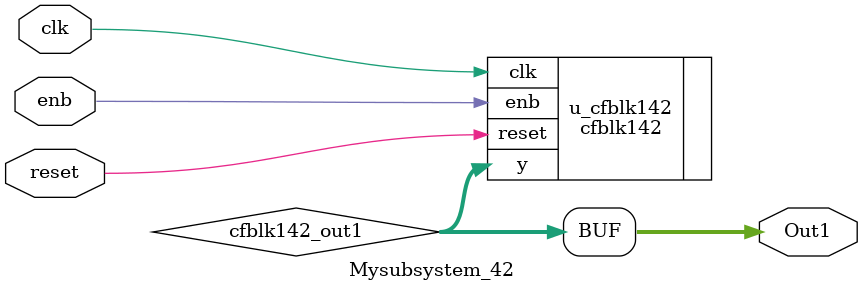
<source format=v>



`timescale 1 ns / 1 ns

module Mysubsystem_42
          (clk,
           reset,
           enb,
           Out1);


  input   clk;
  input   reset;
  input   enb;
  output  [7:0] Out1;  // uint8


  wire [7:0] cfblk142_out1;  // uint8


  cfblk142 u_cfblk142 (.clk(clk),
                       .reset(reset),
                       .enb(enb),
                       .y(cfblk142_out1)  // uint8
                       );

  assign Out1 = cfblk142_out1;

endmodule  // Mysubsystem_42


</source>
